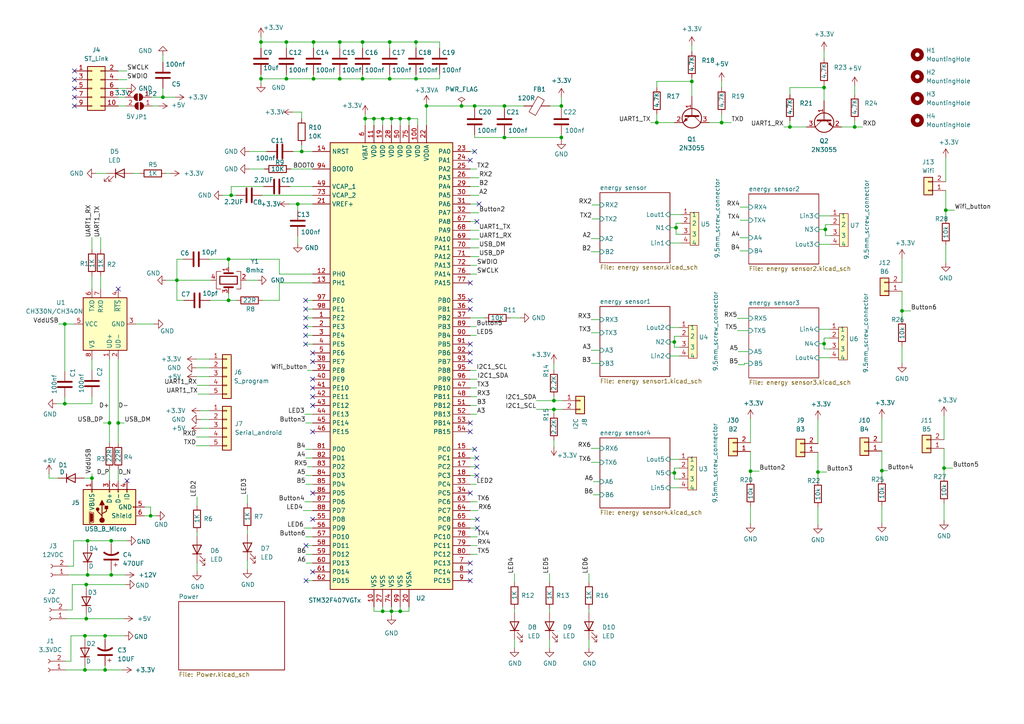
<source format=kicad_sch>
(kicad_sch (version 20231120) (generator "eeschema") (generator_version "8.0")
  (paper "A4")
  (junction (at 31.75 122.682))
  (junction (at 116.078 177.292))
  (junction (at 90.932 12.192))
  (junction (at 196.088 66.04))
  (junction (at 120.65 22.86))
  (junction (at 18.796 117.094))
  (junction (at 217.678 136.652))
  (junction (at 118.618 34.417))
  (junction (at 66.294 87.122))
  (junction (at 162.814 39.878))
  (junction (at 75.692 12.192))
  (junction (at 47.244 28.194))
  (junction (at 137.668 30.734))
  (junction (at 239.395 66.548))
  (junction (at 34.29 122.682))
  (junction (at 110.998 34.417))
  (junction (at 26.67 138.684))
  (junction (at 24.638 184.404))
  (junction (at 160.655 116.205))
  (junction (at 87.503 43.942))
  (junction (at 67.056 56.642))
  (junction (at 274.32 60.96))
  (junction (at 239.014 25.4))
  (junction (at 113.03 12.192))
  (junction (at 51.308 81.28))
  (junction (at 160.655 118.745))
  (junction (at 113.03 22.86))
  (junction (at 86.36 59.182))
  (junction (at 98.552 12.192))
  (junction (at 18.796 93.98))
  (junction (at 105.156 22.86))
  (junction (at 32.258 166.751))
  (junction (at 25.019 179.451))
  (junction (at 195.58 137.16))
  (junction (at 123.698 30.734))
  (junction (at 113.538 34.417))
  (junction (at 108.458 34.417))
  (junction (at 105.156 12.192))
  (junction (at 66.294 75.184))
  (junction (at 237.236 136.906))
  (junction (at 209.296 35.56))
  (junction (at 30.48 194.31))
  (junction (at 190.5 35.56))
  (junction (at 83.058 22.86))
  (junction (at 116.078 34.417))
  (junction (at 146.304 30.734))
  (junction (at 146.304 39.878))
  (junction (at 261.62 90.17))
  (junction (at 255.778 136.525))
  (junction (at 229.108 36.83))
  (junction (at 43.688 149.606))
  (junction (at 113.538 177.292))
  (junction (at 25.4 156.845))
  (junction (at 239.014 99.695))
  (junction (at 24.638 194.31))
  (junction (at 247.904 36.83))
  (junction (at 98.552 22.86))
  (junction (at 133.858 30.734))
  (junction (at 25.019 169.545))
  (junction (at 105.918 34.417))
  (junction (at 75.692 22.86))
  (junction (at 120.65 12.192))
  (junction (at 90.932 22.86))
  (junction (at 195.58 99.187))
  (junction (at 32.258 156.845))
  (junction (at 273.812 135.763))
  (junction (at 30.48 184.404))
  (junction (at 200.66 23.622))
  (junction (at 110.998 177.292))
  (junction (at 162.814 30.734))
  (junction (at 83.058 12.192))
  (junction (at 25.4 166.751))
  (no_connect (at 138.43 150.622))
  (no_connect (at 90.678 143.002))
  (no_connect (at 136.398 99.822))
  (no_connect (at 138.303 137.922))
  (no_connect (at 136.398 143.002))
  (no_connect (at 90.678 102.362))
  (no_connect (at 136.398 104.902))
  (no_connect (at 88.773 168.402))
  (no_connect (at 136.398 102.362))
  (no_connect (at 36.83 139.446))
  (no_connect (at 136.398 82.042))
  (no_connect (at 138.303 132.842))
  (no_connect (at 90.678 165.862))
  (no_connect (at 136.398 165.862))
  (no_connect (at 88.646 97.282))
  (no_connect (at 136.398 89.662))
  (no_connect (at 136.398 122.682))
  (no_connect (at 136.398 87.122))
  (no_connect (at 88.773 158.242))
  (no_connect (at 138.938 59.182))
  (no_connect (at 138.303 64.262))
  (no_connect (at 137.668 43.942))
  (no_connect (at 90.678 150.622))
  (no_connect (at 90.678 104.902))
  (no_connect (at 137.668 130.302))
  (no_connect (at 90.678 109.982))
  (no_connect (at 136.398 46.482))
  (no_connect (at 34.29 83.82))
  (no_connect (at 21.59 20.574))
  (no_connect (at 21.59 23.114))
  (no_connect (at 21.59 25.654))
  (no_connect (at 21.59 28.194))
  (no_connect (at 21.59 30.734))
  (no_connect (at 88.646 92.202))
  (no_connect (at 88.646 89.662))
  (no_connect (at 136.398 168.402))
  (no_connect (at 88.646 99.822))
  (no_connect (at 90.678 117.602))
  (no_connect (at 90.678 125.222))
  (no_connect (at 90.678 115.062))
  (no_connect (at 138.303 135.382))
  (no_connect (at 136.398 125.222))
  (no_connect (at 138.43 153.162))
  (no_connect (at 88.646 94.742))
  (no_connect (at 90.678 112.522))
  (no_connect (at 88.646 87.122))
  (no_connect (at 136.398 163.322))
  (wire (pts (xy 136.398 94.742) (xy 138.176 94.742)))
  (wire (pts (xy 205.74 35.56) (xy 209.296 35.56)))
  (wire (pts (xy 43.942 28.194) (xy 47.244 28.194)))
  (wire (pts (xy 26.67 115.062) (xy 26.67 117.094)))
  (wire (pts (xy 75.692 12.192) (xy 83.058 12.192)))
  (wire (pts (xy 20.955 176.911) (xy 20.955 169.545)))
  (wire (pts (xy 118.618 177.292) (xy 116.078 177.292)))
  (wire (pts (xy 105.156 13.97) (xy 105.156 12.192)))
  (wire (pts (xy 136.398 54.102) (xy 138.938 54.102)))
  (wire (pts (xy 30.48 193.04) (xy 30.48 194.31)))
  (wire (pts (xy 215.9 105.41) (xy 215.9 105.791)))
  (wire (pts (xy 88.646 97.282) (xy 90.678 97.282)))
  (wire (pts (xy 25.4 166.751) (xy 32.258 166.751)))
  (wire (pts (xy 239.014 99.695) (xy 239.014 98.044)))
  (wire (pts (xy 146.304 39.878) (xy 146.304 39.116)))
  (wire (pts (xy 83.058 22.86) (xy 75.692 22.86)))
  (wire (pts (xy 137.668 39.116) (xy 137.668 39.878)))
  (wire (pts (xy 237.49 62.611) (xy 240.919 62.611)))
  (wire (pts (xy 136.398 120.142) (xy 138.303 120.142)))
  (wire (pts (xy 159.385 176.53) (xy 159.385 177.8)))
  (wire (pts (xy 261.62 90.17) (xy 261.62 92.71)))
  (wire (pts (xy 237.49 95.504) (xy 240.665 95.504)))
  (wire (pts (xy 121.158 36.322) (xy 121.158 34.417)))
  (wire (pts (xy 26.67 68.834) (xy 26.67 72.39)))
  (wire (pts (xy 237.49 66.548) (xy 239.395 66.548)))
  (wire (pts (xy 116.078 36.322) (xy 116.078 34.417)))
  (wire (pts (xy 194.31 103.251) (xy 197.104 103.251)))
  (wire (pts (xy 136.398 155.702) (xy 138.43 155.702)))
  (wire (pts (xy 194.31 66.04) (xy 196.088 66.04)))
  (wire (pts (xy 136.398 137.922) (xy 138.303 137.922)))
  (wire (pts (xy 113.03 13.97) (xy 113.03 12.192)))
  (wire (pts (xy 25.019 178.181) (xy 25.019 179.451)))
  (wire (pts (xy 75.692 12.192) (xy 75.692 13.97)))
  (wire (pts (xy 195.58 137.16) (xy 195.58 135.763)))
  (wire (pts (xy 209.296 33.02) (xy 209.296 35.56)))
  (wire (pts (xy 162.814 39.116) (xy 162.814 39.878)))
  (wire (pts (xy 195.58 97.536) (xy 197.104 97.536)))
  (wire (pts (xy 71.755 143.51) (xy 71.755 146.05)))
  (wire (pts (xy 170.815 166.37) (xy 170.815 168.91)))
  (wire (pts (xy 113.03 21.59) (xy 113.03 22.86)))
  (wire (pts (xy 84.328 49.022) (xy 90.678 49.022)))
  (wire (pts (xy 160.655 114.935) (xy 160.655 116.205)))
  (wire (pts (xy 120.65 13.97) (xy 120.65 12.192)))
  (wire (pts (xy 123.698 30.226) (xy 123.698 30.734)))
  (wire (pts (xy 19.431 179.451) (xy 25.019 179.451)))
  (wire (pts (xy 20.574 184.404) (xy 24.638 184.404)))
  (wire (pts (xy 194.31 62.23) (xy 197.612 62.23)))
  (wire (pts (xy 58.166 119.126) (xy 60.706 119.126)))
  (wire (pts (xy 196.977 138.938) (xy 195.58 138.938)))
  (wire (pts (xy 215.9 105.41) (xy 217.17 105.41)))
  (wire (pts (xy 43.688 147.066) (xy 43.688 149.606)))
  (wire (pts (xy 239.014 98.044) (xy 240.665 98.044)))
  (wire (pts (xy 86.36 60.96) (xy 86.36 59.182)))
  (wire (pts (xy 105.156 21.59) (xy 105.156 22.86)))
  (wire (pts (xy 160.655 118.745) (xy 160.655 120.015)))
  (wire (pts (xy 90.932 22.86) (xy 98.552 22.86)))
  (wire (pts (xy 31.75 104.14) (xy 31.75 122.682)))
  (wire (pts (xy 137.668 30.734) (xy 146.304 30.734)))
  (wire (pts (xy 171.45 101.6) (xy 173.99 101.6)))
  (wire (pts (xy 89.154 135.382) (xy 90.678 135.382)))
  (wire (pts (xy 136.398 130.302) (xy 137.668 130.302)))
  (wire (pts (xy 217.678 121.412) (xy 217.678 128.397)))
  (wire (pts (xy 194.31 70.485) (xy 197.612 70.485)))
  (wire (pts (xy 88.646 155.702) (xy 90.678 155.702)))
  (wire (pts (xy 105.918 33.147) (xy 105.918 34.417)))
  (wire (pts (xy 71.755 162.56) (xy 71.755 165.1)))
  (wire (pts (xy 90.932 21.59) (xy 90.932 22.86)))
  (wire (pts (xy 239.014 101.219) (xy 239.014 99.695)))
  (wire (pts (xy 213.868 95.885) (xy 217.17 95.885)))
  (wire (pts (xy 34.29 122.682) (xy 36.068 122.682)))
  (wire (pts (xy 200.66 22.606) (xy 200.66 23.622)))
  (wire (pts (xy 170.815 176.53) (xy 170.815 177.8)))
  (wire (pts (xy 81.026 82.042) (xy 90.678 82.042)))
  (wire (pts (xy 88.773 158.242) (xy 90.678 158.242)))
  (wire (pts (xy 19.05 194.31) (xy 24.638 194.31)))
  (wire (pts (xy 25.4 156.845) (xy 32.258 156.845)))
  (wire (pts (xy 110.998 36.322) (xy 110.998 34.417)))
  (wire (pts (xy 66.294 87.122) (xy 68.58 87.122)))
  (wire (pts (xy 162.814 39.878) (xy 162.814 40.64)))
  (wire (pts (xy 149.225 166.37) (xy 149.225 168.91)))
  (wire (pts (xy 18.796 107.696) (xy 18.796 93.98)))
  (wire (pts (xy 136.398 112.522) (xy 138.303 112.522)))
  (wire (pts (xy 159.512 30.734) (xy 162.814 30.734)))
  (wire (pts (xy 217.678 136.652) (xy 217.678 139.192)))
  (wire (pts (xy 149.225 185.42) (xy 149.225 187.96)))
  (wire (pts (xy 44.196 30.734) (xy 45.974 30.734)))
  (wire (pts (xy 88.773 160.782) (xy 90.678 160.782)))
  (wire (pts (xy 195.58 100.711) (xy 195.58 99.187)))
  (wire (pts (xy 75.692 21.59) (xy 75.692 22.86)))
  (wire (pts (xy 136.398 71.882) (xy 138.938 71.882)))
  (wire (pts (xy 66.294 75.184) (xy 66.294 77.47)))
  (wire (pts (xy 229.108 35.052) (xy 229.108 36.83)))
  (wire (pts (xy 110.998 177.292) (xy 113.538 177.292)))
  (wire (pts (xy 25.019 169.545) (xy 25.019 170.561)))
  (wire (pts (xy 83.058 12.192) (xy 90.932 12.192)))
  (wire (pts (xy 171.45 92.71) (xy 173.99 92.71)))
  (wire (pts (xy 255.778 136.525) (xy 255.778 139.065)))
  (wire (pts (xy 113.03 22.86) (xy 105.156 22.86)))
  (wire (pts (xy 98.552 21.59) (xy 98.552 22.86)))
  (wire (pts (xy 17.018 93.98) (xy 18.796 93.98)))
  (wire (pts (xy 90.932 13.97) (xy 90.932 12.192)))
  (wire (pts (xy 67.056 56.642) (xy 68.453 56.642)))
  (wire (pts (xy 47.244 28.194) (xy 47.244 25.654)))
  (wire (pts (xy 36.83 25.654) (xy 34.29 25.654)))
  (wire (pts (xy 255.778 146.685) (xy 255.778 151.765)))
  (wire (pts (xy 136.398 135.382) (xy 138.303 135.382)))
  (wire (pts (xy 118.618 34.417) (xy 116.078 34.417)))
  (wire (pts (xy 214.63 72.771) (xy 217.17 72.771)))
  (wire (pts (xy 98.552 13.97) (xy 98.552 12.192)))
  (wire (pts (xy 36.83 23.114) (xy 34.29 23.114)))
  (wire (pts (xy 162.814 30.734) (xy 162.814 31.496)))
  (wire (pts (xy 57.15 111.76) (xy 60.706 111.76)))
  (wire (pts (xy 87.503 32.512) (xy 84.963 32.512)))
  (wire (pts (xy 34.29 122.682) (xy 34.29 128.524)))
  (wire (pts (xy 118.618 36.322) (xy 118.618 34.417)))
  (wire (pts (xy 136.398 145.542) (xy 138.43 145.542)))
  (wire (pts (xy 21.336 156.845) (xy 25.4 156.845)))
  (wire (pts (xy 123.698 30.734) (xy 123.698 36.322)))
  (wire (pts (xy 239.395 65.151) (xy 239.395 66.548)))
  (wire (pts (xy 25.4 156.845) (xy 25.4 157.861)))
  (wire (pts (xy 274.32 60.96) (xy 276.86 60.96)))
  (wire (pts (xy 32.258 156.845) (xy 36.83 156.845)))
  (wire (pts (xy 136.398 49.022) (xy 138.303 49.022)))
  (wire (pts (xy 88.392 145.542) (xy 90.678 145.542)))
  (wire (pts (xy 188.722 35.56) (xy 190.5 35.56)))
  (wire (pts (xy 190.5 25.4) (xy 190.5 23.622)))
  (wire (pts (xy 136.398 132.842) (xy 138.303 132.842)))
  (wire (pts (xy 19.431 176.911) (xy 20.955 176.911)))
  (wire (pts (xy 71.755 153.67) (xy 71.755 154.94)))
  (wire (pts (xy 239.014 25.4) (xy 239.014 29.21)))
  (wire (pts (xy 136.398 51.562) (xy 138.938 51.562)))
  (wire (pts (xy 18.796 93.98) (xy 21.59 93.98)))
  (wire (pts (xy 32.258 156.845) (xy 32.258 157.734)))
  (wire (pts (xy 88.646 132.842) (xy 90.678 132.842)))
  (wire (pts (xy 87.503 42.037) (xy 87.503 43.942)))
  (wire (pts (xy 274.32 71.12) (xy 274.32 76.2)))
  (wire (pts (xy 120.65 12.192) (xy 113.03 12.192)))
  (wire (pts (xy 127.508 22.86) (xy 127.508 21.59)))
  (wire (pts (xy 200.66 23.622) (xy 200.66 27.94)))
  (wire (pts (xy 255.778 130.81) (xy 255.778 136.525)))
  (wire (pts (xy 146.304 30.734) (xy 151.892 30.734)))
  (wire (pts (xy 39.37 93.98) (xy 44.704 93.98)))
  (wire (pts (xy 71.374 81.28) (xy 74.676 81.28)))
  (wire (pts (xy 196.088 64.77) (xy 197.612 64.77)))
  (wire (pts (xy 274.32 45.72) (xy 274.32 52.705)))
  (wire (pts (xy 197.104 100.711) (xy 195.58 100.711)))
  (wire (pts (xy 25.4 165.481) (xy 25.4 166.751)))
  (wire (pts (xy 229.108 36.83) (xy 233.934 36.83)))
  (wire (pts (xy 237.236 121.666) (xy 237.236 128.651)))
  (wire (pts (xy 16.51 117.094) (xy 18.796 117.094)))
  (wire (pts (xy 38.608 50.292) (xy 40.513 50.292)))
  (wire (pts (xy 108.458 177.292) (xy 110.998 177.292)))
  (wire (pts (xy 66.294 87.122) (xy 66.294 85.09)))
  (wire (pts (xy 195.58 135.763) (xy 196.977 135.763)))
  (wire (pts (xy 195.58 138.938) (xy 195.58 137.16)))
  (wire (pts (xy 75.692 22.86) (xy 75.692 24.13)))
  (wire (pts (xy 155.575 118.745) (xy 160.655 118.745)))
  (wire (pts (xy 273.812 130.048) (xy 273.812 135.763)))
  (wire (pts (xy 195.58 99.187) (xy 195.58 97.536)))
  (wire (pts (xy 26.67 138.684) (xy 26.67 139.446)))
  (wire (pts (xy 136.398 64.262) (xy 138.303 64.262)))
  (wire (pts (xy 48.26 81.28) (xy 51.308 81.28)))
  (wire (pts (xy 237.236 136.906) (xy 237.236 139.446)))
  (wire (pts (xy 110.998 176.022) (xy 110.998 177.292)))
  (wire (pts (xy 87.503 34.417) (xy 87.503 32.512)))
  (wire (pts (xy 194.31 94.996) (xy 197.104 94.996)))
  (wire (pts (xy 81.026 79.502) (xy 90.678 79.502)))
  (wire (pts (xy 75.692 10.668) (xy 75.692 12.192)))
  (wire (pts (xy 87.884 148.082) (xy 90.678 148.082)))
  (wire (pts (xy 120.65 22.86) (xy 127.508 22.86)))
  (wire (pts (xy 41.91 149.606) (xy 43.688 149.606)))
  (wire (pts (xy 274.32 60.96) (xy 274.32 63.5)))
  (wire (pts (xy 136.398 97.282) (xy 138.176 97.282)))
  (wire (pts (xy 76.073 56.642) (xy 90.678 56.642)))
  (wire (pts (xy 83.82 59.182) (xy 86.36 59.182)))
  (wire (pts (xy 90.932 22.86) (xy 83.058 22.86)))
  (wire (pts (xy 57.404 114.3) (xy 60.706 114.3)))
  (wire (pts (xy 88.646 140.462) (xy 90.678 140.462)))
  (wire (pts (xy 24.638 193.04) (xy 24.638 194.31)))
  (wire (pts (xy 84.074 54.102) (xy 90.678 54.102)))
  (wire (pts (xy 108.458 176.022) (xy 108.458 177.292)))
  (wire (pts (xy 171.45 134.112) (xy 173.99 134.112)))
  (wire (pts (xy 113.03 22.86) (xy 120.65 22.86)))
  (wire (pts (xy 146.304 30.734) (xy 146.304 31.496)))
  (wire (pts (xy 20.955 169.545) (xy 25.019 169.545)))
  (wire (pts (xy 160.655 105.41) (xy 160.655 107.315)))
  (wire (pts (xy 146.304 39.878) (xy 162.814 39.878)))
  (wire (pts (xy 72.263 43.942) (xy 77.343 43.942)))
  (wire (pts (xy 261.62 90.17) (xy 264.16 90.17)))
  (wire (pts (xy 51.308 81.28) (xy 61.214 81.28)))
  (wire (pts (xy 194.31 137.16) (xy 195.58 137.16)))
  (wire (pts (xy 86.36 68.58) (xy 86.36 70.612)))
  (wire (pts (xy 88.646 137.922) (xy 90.678 137.922)))
  (wire (pts (xy 237.49 103.759) (xy 240.665 103.759)))
  (wire (pts (xy 113.538 177.292) (xy 113.538 178.562)))
  (wire (pts (xy 66.294 75.184) (xy 81.026 75.184)))
  (wire (pts (xy 239.014 24.638) (xy 239.014 25.4)))
  (wire (pts (xy 31.75 122.682) (xy 31.75 128.524)))
  (wire (pts (xy 136.398 74.422) (xy 138.938 74.422)))
  (wire (pts (xy 214.63 60.071) (xy 217.17 60.071)))
  (wire (pts (xy 88.646 94.742) (xy 90.678 94.742)))
  (wire (pts (xy 120.65 22.86) (xy 120.65 21.59)))
  (wire (pts (xy 32.258 166.751) (xy 36.322 166.751)))
  (wire (pts (xy 43.688 149.606) (xy 45.212 149.606)))
  (wire (pts (xy 136.398 109.982) (xy 138.43 109.982)))
  (wire (pts (xy 171.704 59.436) (xy 173.99 59.436)))
  (wire (pts (xy 88.773 163.322) (xy 90.678 163.322)))
  (wire (pts (xy 194.31 141.478) (xy 196.977 141.478)))
  (wire (pts (xy 217.678 146.812) (xy 217.678 151.892)))
  (wire (pts (xy 160.655 127.635) (xy 160.655 129.54)))
  (wire (pts (xy 133.858 30.734) (xy 137.668 30.734)))
  (wire (pts (xy 118.618 176.022) (xy 118.618 177.292)))
  (wire (pts (xy 136.398 160.782) (xy 138.43 160.782)))
  (wire (pts (xy 247.904 36.83) (xy 250.19 36.83)))
  (wire (pts (xy 209.296 35.56) (xy 212.09 35.56)))
  (wire (pts (xy 89.154 107.442) (xy 90.678 107.442)))
  (wire (pts (xy 113.538 34.417) (xy 110.998 34.417)))
  (wire (pts (xy 90.932 12.192) (xy 98.552 12.192)))
  (wire (pts (xy 51.308 81.28) (xy 51.308 87.122)))
  (wire (pts (xy 120.65 12.192) (xy 127.508 12.192)))
  (wire (pts (xy 136.398 150.622) (xy 138.43 150.622)))
  (wire (pts (xy 273.812 145.923) (xy 273.812 151.003)))
  (wire (pts (xy 197.612 67.945) (xy 196.088 67.945)))
  (wire (pts (xy 196.088 67.945) (xy 196.088 66.04)))
  (wire (pts (xy 27.813 50.292) (xy 30.988 50.292)))
  (wire (pts (xy 237.236 136.906) (xy 239.776 136.906)))
  (wire (pts (xy 136.398 115.062) (xy 138.303 115.062)))
  (wire (pts (xy 190.5 35.56) (xy 195.58 35.56)))
  (wire (pts (xy 88.138 153.162) (xy 90.678 153.162)))
  (wire (pts (xy 261.62 100.33) (xy 261.62 105.41)))
  (wire (pts (xy 108.458 34.417) (xy 105.918 34.417)))
  (wire (pts (xy 136.398 56.642) (xy 138.938 56.642)))
  (wire (pts (xy 155.575 116.205) (xy 160.655 116.205)))
  (wire (pts (xy 136.398 140.462) (xy 138.176 140.462)))
  (wire (pts (xy 239.395 66.548) (xy 239.395 68.326)))
  (wire (pts (xy 209.296 23.622) (xy 209.296 25.4)))
  (wire (pts (xy 229.108 27.432) (xy 229.108 25.4)))
  (wire (pts (xy 60.706 75.184) (xy 66.294 75.184)))
  (wire (pts (xy 137.668 39.878) (xy 146.304 39.878)))
  (wire (pts (xy 24.638 184.404) (xy 24.638 185.42)))
  (wire (pts (xy 116.078 176.022) (xy 116.078 177.292)))
  (wire (pts (xy 88.646 99.822) (xy 90.678 99.822)))
  (wire (pts (xy 247.904 35.052) (xy 247.904 36.83)))
  (wire (pts (xy 30.48 184.404) (xy 36.068 184.404)))
  (wire (pts (xy 25.019 179.451) (xy 35.941 179.451)))
  (wire (pts (xy 116.078 177.292) (xy 113.538 177.292)))
  (wire (pts (xy 26.67 80.01) (xy 26.67 83.82)))
  (wire (pts (xy 239.014 14.732) (xy 239.014 17.018)))
  (wire (pts (xy 229.108 25.4) (xy 239.014 25.4)))
  (wire (pts (xy 19.812 164.211) (xy 21.336 164.211)))
  (wire (pts (xy 172.085 143.51) (xy 173.99 143.51)))
  (wire (pts (xy 56.896 106.68) (xy 60.706 106.68)))
  (wire (pts (xy 171.45 96.52) (xy 173.99 96.52)))
  (wire (pts (xy 24.384 138.684) (xy 26.67 138.684)))
  (wire (pts (xy 88.646 130.302) (xy 90.678 130.302)))
  (wire (pts (xy 136.398 117.602) (xy 138.303 117.602)))
  (wire (pts (xy 136.398 61.722) (xy 138.938 61.722)))
  (wire (pts (xy 29.21 68.834) (xy 29.21 72.39)))
  (wire (pts (xy 34.29 104.14) (xy 34.29 122.682)))
  (wire (pts (xy 83.058 21.59) (xy 83.058 22.86)))
  (wire (pts (xy 105.918 34.417) (xy 105.918 36.322)))
  (wire (pts (xy 194.31 99.187) (xy 195.58 99.187)))
  (wire (pts (xy 136.398 43.942) (xy 137.668 43.942)))
  (wire (pts (xy 194.31 133.223) (xy 196.977 133.223)))
  (wire (pts (xy 162.814 28.194) (xy 162.814 30.734)))
  (wire (pts (xy 239.395 68.326) (xy 240.919 68.326)))
  (wire (pts (xy 148.082 92.202) (xy 150.876 92.202)))
  (wire (pts (xy 88.773 168.402) (xy 90.678 168.402)))
  (wire (pts (xy 56.896 109.22) (xy 60.706 109.22)))
  (wire (pts (xy 171.45 69.215) (xy 173.99 69.215)))
  (wire (pts (xy 214.122 101.981) (xy 217.17 101.981)))
  (wire (pts (xy 88.392 120.142) (xy 90.678 120.142)))
  (wire (pts (xy 64.643 56.642) (xy 67.056 56.642)))
  (wire (pts (xy 41.91 147.066) (xy 43.688 147.066)))
  (wire (pts (xy 217.678 130.937) (xy 217.678 136.652)))
  (wire (pts (xy 136.398 158.242) (xy 138.43 158.242)))
  (wire (pts (xy 34.29 28.194) (xy 36.322 28.194)))
  (wire (pts (xy 121.158 34.417) (xy 118.618 34.417)))
  (wire (pts (xy 31.75 136.144) (xy 31.75 139.446)))
  (wire (pts (xy 244.094 36.83) (xy 247.904 36.83)))
  (wire (pts (xy 240.665 101.219) (xy 239.014 101.219)))
  (wire (pts (xy 237.49 70.866) (xy 240.919 70.866)))
  (wire (pts (xy 86.36 59.182) (xy 90.678 59.182)))
  (wire (pts (xy 56.896 129.286) (xy 60.706 129.286)))
  (wire (pts (xy 215.9 105.791) (xy 214.122 105.791)))
  (wire (pts (xy 137.668 30.734) (xy 137.668 31.496)))
  (wire (pts (xy 67.056 54.102) (xy 67.056 56.642)))
  (wire (pts (xy 21.336 164.211) (xy 21.336 156.845)))
  (wire (pts (xy 190.5 33.02) (xy 190.5 35.56)))
  (wire (pts (xy 29.972 122.682) (xy 31.75 122.682)))
  (wire (pts (xy 98.552 22.86) (xy 105.156 22.86)))
  (wire (pts (xy 171.45 105.41) (xy 173.99 105.41)))
  (wire (pts (xy 57.15 154.305) (xy 57.15 155.575)))
  (wire (pts (xy 159.385 185.42) (xy 159.385 187.96)))
  (wire (pts (xy 170.815 185.42) (xy 170.815 187.96)))
  (wire (pts (xy 81.026 75.184) (xy 81.026 79.502)))
  (wire (pts (xy 88.646 89.662) (xy 90.678 89.662)))
  (wire (pts (xy 14.224 138.684) (xy 16.764 138.684)))
  (wire (pts (xy 255.778 121.285) (xy 255.778 128.27)))
  (wire (pts (xy 237.49 99.695) (xy 239.014 99.695)))
  (wire (pts (xy 159.385 166.37) (xy 159.385 168.91)))
  (wire (pts (xy 26.67 137.414) (xy 26.67 138.684)))
  (wire (pts (xy 273.812 120.523) (xy 273.812 127.508)))
  (wire (pts (xy 50.8 28.194) (xy 47.244 28.194)))
  (wire (pts (xy 237.236 147.066) (xy 237.236 152.146)))
  (wire (pts (xy 47.244 18.034) (xy 47.244 16.002)))
  (wire (pts (xy 25.019 169.545) (xy 36.449 169.545)))
  (wire (pts (xy 24.638 184.404) (xy 30.48 184.404)))
  (wire (pts (xy 53.34 87.122) (xy 51.308 87.122)))
  (wire (pts (xy 273.812 135.763) (xy 276.352 135.763)))
  (wire (pts (xy 83.058 13.97) (xy 83.058 12.192)))
  (wire (pts (xy 26.67 104.14) (xy 26.67 107.442)))
  (wire (pts (xy 113.03 12.192) (xy 105.156 12.192)))
  (wire (pts (xy 274.32 55.245) (xy 274.32 60.96)))
  (wire (pts (xy 81.026 87.122) (xy 81.026 82.042)))
  (wire (pts (xy 24.638 194.31) (xy 30.48 194.31)))
  (wire (pts (xy 136.398 107.442) (xy 138.176 107.442)))
  (wire (pts (xy 56.896 104.14) (xy 60.706 104.14)))
  (wire (pts (xy 171.45 73.025) (xy 173.99 73.025)))
  (wire (pts (xy 88.646 87.122) (xy 90.678 87.122)))
  (wire (pts (xy 36.83 20.574) (xy 34.29 20.574)))
  (wire (pts (xy 84.963 43.942) (xy 87.503 43.942)))
  (wire (pts (xy 213.868 92.329) (xy 217.17 92.329)))
  (wire (pts (xy 171.45 130.048) (xy 173.99 130.048)))
  (wire (pts (xy 240.919 65.151) (xy 239.395 65.151)))
  (wire (pts (xy 88.646 122.682) (xy 90.678 122.682)))
  (wire (pts (xy 160.655 116.205) (xy 163.195 116.205)))
  (wire (pts (xy 217.678 136.652) (xy 220.218 136.652)))
  (wire (pts (xy 237.236 131.191) (xy 237.236 136.906)))
  (wire (pts (xy 29.21 80.01) (xy 29.21 83.82)))
  (wire (pts (xy 136.398 69.342) (xy 138.938 69.342)))
  (wire (pts (xy 273.812 135.763) (xy 273.812 138.303)))
  (wire (pts (xy 136.398 79.502) (xy 138.303 79.502)))
  (wire (pts (xy 171.704 63.5) (xy 173.99 63.5)))
  (wire (pts (xy 190.5 23.622) (xy 200.66 23.622)))
  (wire (pts (xy 113.538 36.322) (xy 113.538 34.417)))
  (wire (pts (xy 136.398 66.802) (xy 138.938 66.802)))
  (wire (pts (xy 136.398 92.202) (xy 140.462 92.202)))
  (wire (pts (xy 227.33 36.83) (xy 229.108 36.83)))
  (wire (pts (xy 136.398 153.162) (xy 138.43 153.162)))
  (wire (pts (xy 127.508 13.97) (xy 127.508 12.192)))
  (wire (pts (xy 214.63 68.961) (xy 217.17 68.961)))
  (wire (pts (xy 123.698 30.734) (xy 133.858 30.734)))
  (wire (pts (xy 19.812 166.751) (xy 25.4 166.751)))
  (wire (pts (xy 30.48 184.404) (xy 30.48 185.42)))
  (wire (pts (xy 172.085 139.7) (xy 173.99 139.7)))
  (wire (pts (xy 48.133 50.292) (xy 49.403 50.292)))
  (wire (pts (xy 255.778 136.525) (xy 257.429 136.525)))
  (wire (pts (xy 136.398 148.082) (xy 138.684 148.082)))
  (wire (pts (xy 110.998 34.417) (xy 108.458 34.417)))
  (wire (pts (xy 88.646 92.202) (xy 90.678 92.202)))
  (wire (pts (xy 136.398 59.182) (xy 138.938 59.182)))
  (wire (pts (xy 58.166 121.666) (xy 60.706 121.666)))
  (wire (pts (xy 261.62 74.93) (xy 261.62 81.915)))
  (wire (pts (xy 56.896 126.746) (xy 60.706 126.746)))
  (wire (pts (xy 58.166 124.206) (xy 60.706 124.206)))
  (wire (pts (xy 149.225 176.53) (xy 149.225 177.8)))
  (wire (pts (xy 76.454 54.102) (xy 67.056 54.102)))
  (wire (pts (xy 76.2 87.122) (xy 81.026 87.122)))
  (wire (pts (xy 72.263 49.022) (xy 76.708 49.022)))
  (wire (pts (xy 200.66 13.208) (xy 200.66 14.986)))
  (wire (pts (xy 18.796 117.094) (xy 26.67 117.094)))
  (wire (pts (xy 160.655 118.745) (xy 163.195 118.745)))
  (wire (pts (xy 14.224 137.414) (xy 14.224 138.684)))
  (wire (pts (xy 20.574 191.77) (xy 20.574 184.404)))
  (wire (pts (xy 34.29 136.144) (xy 34.29 139.446)))
  (wire (pts (xy 261.62 84.455) (xy 261.62 90.17)))
  (wire (pts (xy 108.458 36.322) (xy 108.458 34.417)))
  (wire (pts (xy 18.796 115.316) (xy 18.796 117.094)))
  (wire (pts (xy 60.96 87.122) (xy 66.294 87.122)))
  (wire (pts (xy 116.078 34.417) (xy 113.538 34.417)))
  (wire (pts (xy 53.086 75.184) (xy 51.308 75.184)))
  (wire (pts (xy 136.398 76.962) (xy 138.303 76.962)))
  (wire (pts (xy 19.05 191.77) (xy 20.574 191.77)))
  (wire (pts (xy 32.258 165.354) (xy 32.258 166.751)))
  (wire (pts (xy 87.503 43.942) (xy 90.678 43.942)))
  (wire (pts (xy 30.48 194.31) (xy 35.56 194.31)))
  (wire (pts (xy 34.29 30.734) (xy 36.576 30.734)))
  (wire (pts (xy 51.308 75.184) (xy 51.308 81.28)))
  (wire (pts (xy 57.15 144.145) (xy 57.15 146.685)))
  (wire (pts (xy 247.904 24.892) (xy 247.904 27.432)))
  (wire (pts (xy 196.088 66.04) (xy 196.088 64.77)))
  (wire (pts (xy 214.63 63.881) (xy 217.17 63.881)))
  (wire (pts (xy 113.538 176.022) (xy 113.538 177.292)))
  (wire (pts (xy 57.15 163.195) (xy 57.15 165.735)))
  (wire (pts (xy 98.552 12.192) (xy 105.156 12.192)))
  (label "A3" (at 138.303 120.142 0))
  (label "LED2" (at 138.176 140.462 0))
  (label "RXD" (at 56.896 126.746 180))
  (label "RX6" (at 171.45 130.048 180))
  (label "Button2" (at 220.218 136.652 0))
  (label "USB_DM" (at 138.938 71.882 0))
  (label "B4" (at 214.63 72.771 180))
  (label "LED5" (at 159.385 166.37 90))
  (label "Wifi_button" (at 89.154 107.442 180))
  (label "SWCLK" (at 36.83 20.574 0))
  (label "B6" (at 88.773 160.782 180))
  (label "Wifi_button" (at 276.86 60.96 0))
  (label "I2C1_SDA" (at 138.43 109.982 0))
  (label "BOOT0" (at 84.963 49.022 0))
  (label "B5" (at 214.122 105.791 180))
  (label "LED4" (at 149.225 166.37 90))
  (label "USB_DM" (at 36.068 122.682 0))
  (label "VddUSB" (at 17.018 93.98 180))
  (label "D-" (at 34.29 118.618 0))
  (label "A5" (at 88.646 137.922 180))
  (label "D_N" (at 34.29 137.922 0))
  (label "TX5" (at 213.868 95.885 180))
  (label "LED6" (at 170.815 166.37 90))
  (label "TXD" (at 56.896 129.286 180))
  (label "TX6" (at 138.43 145.542 0))
  (label "LED3" (at 71.755 143.51 90))
  (label "TX5" (at 138.43 160.782 0))
  (label "UART1_RX" (at 26.67 68.834 90))
  (label "A6" (at 88.773 163.322 180))
  (label "RXD" (at 250.19 36.83 0))
  (label "RX3" (at 171.45 92.71 180))
  (label "D_P" (at 31.75 137.922 180))
  (label "B4" (at 88.646 130.302 180))
  (label "TX4" (at 214.63 63.881 180))
  (label "Button2" (at 138.938 61.722 0))
  (label "UART1_RX" (at 138.938 69.342 0))
  (label "VddUSB" (at 26.67 137.414 90))
  (label "Button5" (at 138.176 94.742 0))
  (label "RX5" (at 213.868 92.329 180))
  (label "TX3" (at 138.303 112.522 0))
  (label "I2C1_SDA" (at 155.575 116.205 180))
  (label "UART1_RX" (at 227.33 36.83 180))
  (label "B2" (at 171.45 73.025 180))
  (label "Button3" (at 88.646 122.682 180))
  (label "A2" (at 138.938 56.642 0))
  (label "RX5" (at 89.154 135.382 180))
  (label "Button6" (at 264.16 90.17 0))
  (label "A6" (at 172.085 139.7 180))
  (label "B2" (at 138.938 54.102 0))
  (label "Button5" (at 276.352 135.763 0))
  (label "A4" (at 214.63 68.961 180))
  (label "A3" (at 171.45 101.6 180))
  (label "A4" (at 88.646 132.842 180))
  (label "Button4" (at 88.392 145.542 180))
  (label "B3" (at 171.45 105.41 180))
  (label "RX2" (at 171.704 59.436 180))
  (label "SWDIO" (at 138.303 76.962 0))
  (label "UART1_TX" (at 29.21 68.834 90))
  (label "USB_DP" (at 29.972 122.682 180))
  (label "A5" (at 214.122 101.981 180))
  (label "RX2" (at 138.938 51.562 0))
  (label "RX3" (at 138.303 115.062 0))
  (label "Button6" (at 88.646 155.702 180))
  (label "I2C1_SCL" (at 155.575 118.745 180))
  (label "I2C1_SCL" (at 138.176 107.442 0))
  (label "LED3" (at 88.392 120.142 180))
  (label "B6" (at 172.085 143.51 180))
  (label "LED6" (at 88.138 153.162 180))
  (label "Button4" (at 257.429 136.525 0))
  (label "A2" (at 171.45 69.215 180))
  (label "UART1_TX" (at 188.722 35.56 180))
  (label "LED5" (at 138.176 97.282 0))
  (label "RX4" (at 214.63 60.071 180))
  (label "TX2" (at 138.303 49.022 0))
  (label "TX4" (at 138.43 155.702 0))
  (label "Button3" (at 239.776 136.906 0))
  (label "USB_DP" (at 138.938 74.422 0))
  (label "UART1_TX" (at 138.938 66.802 0))
  (label "TX3" (at 171.45 96.52 180))
  (label "TXD" (at 212.09 35.56 0))
  (label "LED4" (at 87.884 148.082 180))
  (label "B5" (at 88.646 140.462 180))
  (label "SWDIO" (at 36.83 23.114 0))
  (label "TX6" (at 171.45 134.112 180))
  (label "UART1_RX" (at 57.15 111.76 180))
  (label "SWCLK" (at 138.303 79.502 0))
  (label "B3" (at 138.303 117.602 0))
  (label "LED2" (at 57.15 144.145 90))
  (label "UART1_TX" (at 57.404 114.3 180))
  (label "TX2" (at 171.704 63.5 180))
  (label "RX6" (at 138.684 148.082 0))
  (label "D+" (at 31.75 118.618 180))
  (label "RX4" (at 138.43 158.242 0))
  (symbol (lib_id "power:+3.3V") (at 217.678 121.412 0) (unit 1)
    (property "Reference" "#PWR048" (effects (hide yes)))
    (property "Value" "+3.3V" (at 221.488 116.967 0) (effects (justify right)))
  )
  (symbol (lib_id "Device:LED") (at 170.815 181.61 90) (unit 1)
    (property "Reference" "D10" (at 174.625 181.9274 90) (effects (justify right)))
    (property "Value" "LED" (at 174.625 184.4674 90) (effects (justify right)))
    (property "Footprint" "LED_SMD:LED_0603_1608Metric" (effects (hide yes)))
  )
  (symbol (lib_id "Connector_Generic:Conn_01x02") (at 250.698 130.81 180) (unit 1)
    (property "Reference" "J10" (at 250.698 121.92 0))
    (property "Value" "B4" (at 250.698 124.46 0))
    (property "Footprint" "Connector_JST:JST_PH_B2B-PH-K_1x02_P2.00mm_Vertical" (effects (hide yes)))
  )
  (symbol (lib_id "MCU_ST_STM32F4:STM32F407VGTx") (at 113.538 104.902 0) (unit 1)
    (property "Reference" "U2" (at 120.6374 173.482 0) (effects (justify left)))
    (property "Value" "STM32F407VGTx" (at 89.408 174.117 0) (effects (justify left)))
    (property "Footprint" "Package_QFP:LQFP-100_14x14mm_P0.5mm" (effects (hide yes)))
    (property "Datasheet" "http://www.st.com/st-web-ui/static/active/en/resource/technical/document/datasheet/DM00037051.pdf" (effects (hide yes)))
  )
  (symbol (lib_id "Device:R") (at 149.225 172.72 0) (unit 1)
    (property "Reference" "R12" (at 151.13 172.72 0) (effects (justify left)))
    (property "Value" "1K" (at 149.225 173.99 90) (effects (justify left)))
    (property "Footprint" "Resistor_SMD:R_0603_1608Metric" (effects (hide yes)))
  )
  (symbol (lib_id "Connector:Conn_01x02_Female") (at 14.732 166.751 180) (unit 1)
    (property "Reference" "J3" (at 15.367 158.369 0))
    (property "Value" "12VDC" (at 15.367 160.909 0))
    (property "Footprint" "Connector_JST:JST_NV_B02P-NV_1x02_P5.00mm_Vertical" (effects (hide yes)))
  )
  (symbol (lib_id "Device:Crystal_GND24") (at 66.294 81.28 270) (unit 1)
    (property "Reference" "Y1" (at 73.914 75.8188 90))
    (property "Value" "8mhz" (at 73.914 78.3588 90))
    (property "Footprint" "Crystal:Crystal_SMD_3225-4Pin_3.2x2.5mm" (effects (hide yes)))
  )
  (symbol (lib_id "Device:R") (at 247.904 31.242 0) (unit 1)
    (property "Reference" "R24" (at 250.698 29.9719 0) (effects (justify left)))
    (property "Value" "4.7K" (at 247.904 33.274 90) (effects (justify left)))
    (property "Footprint" "Resistor_SMD:R_0603_1608Metric" (effects (hide yes)))
  )
  (symbol (lib_id "Device:C") (at 81.153 43.942 90) (unit 1)
    (property "Reference" "C11" (at 82.423 40.767 90) (effects (justify left)))
    (property "Value" "100nf" (at 79.883 45.847 90) (effects (justify left)))
    (property "Footprint" "Capacitor_SMD:C_0603_1608Metric" (effects (hide yes)))
  )
  (symbol (lib_id "Device:R") (at 190.5 29.21 0) (unit 1)
    (property "Reference" "R17" (at 193.294 27.9399 0) (effects (justify left)))
    (property "Value" "4.7K" (at 190.5 31.242 90) (effects (justify left)))
    (property "Footprint" "Resistor_SMD:R_0603_1608Metric" (effects (hide yes)))
  )
  (symbol (lib_id "power:GND") (at 217.678 151.892 0) (unit 1)
    (property "Reference" "#PWR049" (effects (hide yes)))
    (property "Value" "GND" (at 217.678 156.337 0))
  )
  (symbol (lib_id "power:GND") (at 16.51 117.094 270) (unit 1)
    (property "Reference" "#PWR02" (effects (hide yes)))
    (property "Value" "GND" (at 12.446 120.142 90) (effects (justify left)))
  )
  (symbol (lib_id "Device:R") (at 209.296 29.21 0) (unit 1)
    (property "Reference" "R19" (at 212.09 27.9399 0) (effects (justify left)))
    (property "Value" "4.7K" (at 209.296 31.242 90) (effects (justify left)))
    (property "Footprint" "Resistor_SMD:R_0603_1608Metric" (effects (hide yes)))
  )
  (symbol (lib_id "Device:C") (at 137.668 35.306 0) (unit 1)
    (property "Reference" "C20" (at 138.684 32.512 0) (effects (justify left)))
    (property "Value" "100nf" (at 138.43 37.846 0) (effects (justify left)))
    (property "Footprint" "Capacitor_SMD:C_0603_1608Metric" (effects (hide yes)))
  )
  (symbol (lib_id "Device:R") (at 72.39 87.122 90) (unit 1)
    (property "Reference" "R8" (at 72.644 89.662 90))
    (property "Value" "22R" (at 72.39 87.122 90))
    (property "Footprint" "Resistor_SMD:R_0603_1608Metric" (effects (hide yes)))
  )
  (symbol (lib_id "Device:C") (at 47.244 21.844 180) (unit 1)
    (property "Reference" "C5" (at 52.451 24.384 0) (effects (justify left)))
    (property "Value" "100nf" (at 53.721 18.669 0) (effects (justify left)))
    (property "Footprint" "Capacitor_SMD:C_0603_1608Metric" (effects (hide yes)))
  )
  (symbol (lib_id "power:GND") (at 86.36 70.612 0) (unit 1)
    (property "Reference" "#PWR034" (effects (hide yes)))
    (property "Value" "GND" (at 88.392 71.8819 0) (effects (justify left)))
  )
  (symbol (lib_id "Device:R") (at 160.655 123.825 180) (unit 1)
    (property "Reference" "R15" (at 158.369 120.269 90))
    (property "Value" "2.2K" (at 160.655 123.825 90))
    (property "Footprint" "Resistor_SMD:R_0603_1608Metric" (effects (hide yes)))
  )
  (symbol (lib_id "Connector_Generic:Conn_02x05_Odd_Even") (at 26.67 25.654 0) (unit 1)
    (property "Reference" "J4" (at 27.94 14.478 0))
    (property "Value" "ST_Link" (at 27.94 17.018 0))
    (property "Footprint" "Connector_PinHeader_2.54mm:PinHeader_2x05_P2.54mm_Vertical" (effects (hide yes)))
  )
  (symbol (lib_id "New_Library:9.5mm_screw_connector") (at 199.517 142.113 0) (unit 1)
    (property "Reference" "U3" (at 202.565 136.017 0) (effects (justify left)))
    (property "Value" "9.5mm_screw_connector" (at 207.391 145.923 90) (effects (justify left)))
    (property "Footprint" "9.5mm screw terminal:9.5mm screw terminal" (effects (hide yes)))
  )
  (symbol (lib_id "power:GND") (at 44.704 93.98 90) (unit 1)
    (property "Reference" "#PWR012" (effects (hide yes)))
    (property "Value" "GND" (at 50.546 96.012 90) (effects (justify left)))
  )
  (symbol (lib_id "Device:LED") (at 159.385 181.61 90) (unit 1)
    (property "Reference" "D9" (at 163.195 181.9274 90) (effects (justify right)))
    (property "Value" "LED" (at 163.195 184.4674 90) (effects (justify right)))
    (property "Footprint" "LED_SMD:LED_0603_1608Metric" (effects (hide yes)))
  )
  (symbol (lib_id "Connector_Generic:Conn_01x05") (at 65.786 124.206 0) (unit 1)
    (property "Reference" "J7" (at 68.072 122.9359 0) (effects (justify left)))
    (property "Value" "Serial_android" (at 68.072 125.4759 0) (effects (justify left)))
    (property "Footprint" "Connector_JST:JST_PH_B5B-PH-K_1x05_P2.00mm_Vertical" (effects (hide yes)))
  )
  (symbol (lib_id "power:GND") (at 255.778 151.765 0) (unit 1)
    (property "Reference" "#PWR055" (effects (hide yes)))
    (property "Value" "GND" (at 255.778 156.21 0))
  )
  (symbol (lib_id "New_Library:9.5mm_screw_connector") (at 199.644 103.886 0) (unit 1)
    (property "Reference" "U4" (at 202.692 97.79 0) (effects (justify left)))
    (property "Value" "9.5mm_screw_connector" (at 207.518 107.696 90) (effects (justify left)))
    (property "Footprint" "9.5mm screw terminal:9.5mm screw terminal" (effects (hide yes)))
  )
  (symbol (lib_id "New_Library:9.5mm_screw_connector") (at 243.205 104.394 0) (unit 1)
    (property "Reference" "U6" (at 246.253 98.298 0) (effects (justify left)))
    (property "Value" "9.5mm_screw_connector" (at 251.079 108.204 90) (effects (justify left)))
    (property "Footprint" "9.5mm screw terminal:9.5mm screw terminal" (effects (hide yes)))
  )
  (symbol (lib_id "Device:C") (at 26.67 111.252 0) (unit 1)
    (property "Reference" "C2" (at 28.956 109.22 90) (effects (justify left)))
    (property "Value" "100nf" (at 23.622 114.046 90) (effects (justify left)))
    (property "Footprint" "Capacitor_SMD:C_0603_1608Metric" (effects (hide yes)))
  )
  (symbol (lib_id "power:+3.3V") (at 105.918 33.147 0) (unit 1)
    (property "Reference" "#PWR035" (effects (hide yes)))
    (property "Value" "+3.3V" (at 102.108 30.607 0))
  )
  (symbol (lib_id "Device:C") (at 127.508 17.78 0) (unit 1)
    (property "Reference" "C19" (at 128.143 15.24 0) (effects (justify left)))
    (property "Value" "100nf" (at 128.143 20.32 0) (effects (justify left)))
    (property "Footprint" "Capacitor_SMD:C_0603_1608Metric" (effects (hide yes)))
  )
  (symbol (lib_id "Connector_Generic:Conn_01x02") (at 168.275 116.205 0) (unit 1)
    (property "Reference" "J8" (at 169.545 121.285 90) (effects (justify right)))
    (property "Value" "I2C" (at 167.005 121.285 90) (effects (justify right)))
    (property "Footprint" "Connector_JST:JST_PH_B2B-PH-K_1x02_P2.00mm_Vertical" (effects (hide yes)))
  )
  (symbol (lib_id "Device:C") (at 162.814 35.306 0) (unit 1)
    (property "Reference" "C22" (at 163.322 32.512 0) (effects (justify left)))
    (property "Value" "100nf" (at 163.83 37.846 0) (effects (justify left)))
    (property "Footprint" "Capacitor_SMD:C_0603_1608Metric" (effects (hide yes)))
  )
  (symbol (lib_id "power:GND") (at 47.244 16.002 180) (unit 1)
    (property "Reference" "#PWR014" (effects (hide yes)))
    (property "Value" "GND" (at 44.196 14.7321 0) (effects (justify left)))
  )
  (symbol (lib_id "Device:C") (at 18.796 111.506 0) (unit 1)
    (property "Reference" "C1" (at 21.082 109.474 90) (effects (justify left)))
    (property "Value" "100nf" (at 15.748 114.3 90) (effects (justify left)))
    (property "Footprint" "Capacitor_SMD:C_0603_1608Metric" (effects (hide yes)))
  )
  (symbol (lib_id "Device:R") (at 255.778 142.875 0) (unit 1)
    (property "Reference" "R25" (at 252.603 139.065 0) (effects (justify left)))
    (property "Value" "10k" (at 255.778 144.78 90) (effects (justify left)))
    (property "Footprint" "Resistor_SMD:R_0603_1608Metric" (effects (hide yes)))
  )
  (symbol (lib_id "Device:LED") (at 149.225 181.61 90) (unit 1)
    (property "Reference" "D8" (at 153.035 181.9274 90) (effects (justify right)))
    (property "Value" "LED" (at 153.035 184.4674 90) (effects (justify right)))
    (property "Footprint" "LED_SMD:LED_0603_1608Metric" (effects (hide yes)))
  )
  (symbol (lib_id "Device:C") (at 80.264 54.102 90) (unit 1)
    (property "Reference" "C10" (at 83.439 52.197 90))
    (property "Value" "2.2UF" (at 76.454 52.197 90))
    (property "Footprint" "Capacitor_SMD:C_0603_1608Metric" (effects (hide yes)))
  )
  (symbol (lib_id "power:+3.3V") (at 274.32 45.72 0) (unit 1)
    (property "Reference" "#PWR060" (effects (hide yes)))
    (property "Value" "+3.3V" (at 278.13 41.275 0) (effects (justify right)))
  )
  (symbol (lib_id "power:+5V") (at 56.896 109.22 90) (unit 1)
    (property "Reference" "#PWR020" (effects (hide yes)))
    (property "Value" "+5V" (at 52.578 109.2199 90) (effects (justify left)))
  )
  (symbol (lib_id "power:GND") (at 56.896 106.68 270) (unit 1)
    (property "Reference" "#PWR019" (effects (hide yes)))
    (property "Value" "GND" (at 52.578 106.6799 90) (effects (justify right)))
  )
  (symbol (lib_id "Connector_Generic:Conn_01x05") (at 65.786 109.22 0) (unit 1)
    (property "Reference" "J6" (at 67.818 107.9499 0) (effects (justify left)))
    (property "Value" "S_program" (at 67.818 110.4899 0) (effects (justify left)))
    (property "Footprint" "Connector_JST:JST_PH_B5B-PH-K_1x05_P2.00mm_Vertical" (effects (hide yes)))
  )
  (symbol (lib_id "Mechanical:MountingHole") (at 266.065 34.925 0) (unit 1)
    (property "Reference" "H4" (at 268.605 33.6549 0) (effects (justify left)))
    (property "Value" "MountingHole" (at 268.605 36.1949 0) (effects (justify left)))
    (property "Footprint" "MountingHole:MountingHole_4.3mm_M4_DIN965_Pad" (effects (hide yes)))
  )
  (symbol (lib_id "power:+3.3V") (at 56.896 104.14 90) (unit 1)
    (property "Reference" "#PWR018" (effects (hide yes)))
    (property "Value" "+3.3V" (at 52.578 104.1399 90) (effects (justify left)))
  )
  (symbol (lib_id "Mechanical:MountingHole") (at 266.065 22.225 0) (unit 1)
    (property "Reference" "H2" (at 268.605 20.9549 0) (effects (justify left)))
    (property "Value" "MountingHole" (at 268.605 23.4949 0) (effects (justify left)))
    (property "Footprint" "MountingHole:MountingHole_4.3mm_M4_DIN965_Pad" (effects (hide yes)))
  )
  (symbol (lib_id "power:+5V") (at 209.296 23.622 0) (unit 1)
    (property "Reference" "#PWR047" (effects (hide yes)))
    (property "Value" "+5V" (at 209.296 18.542 0))
  )
  (symbol (lib_id "power:GND") (at 57.15 165.735 0) (unit 1)
    (property "Reference" "#PWR021" (effects (hide yes)))
    (property "Value" "GND" (at 55.245 170.18 0) (effects (justify left)))
  )
  (symbol (lib_id "power:+3.3VA") (at 123.698 30.226 0) (unit 1)
    (property "Reference" "#PWR037" (effects (hide yes)))
    (property "Value" "+3.3VA" (at 123.698 26.162 0))
  )
  (symbol (lib_id "power:GND") (at 36.449 169.545 90) (unit 1)
    (property "Reference" "#PWR09" (effects (hide yes)))
    (property "Value" "GND" (at 43.307 169.799 90) (effects (justify left)))
  )
  (symbol (lib_id "power:GND") (at 27.813 50.292 270) (unit 1)
    (property "Reference" "#PWR03" (effects (hide yes)))
    (property "Value" "GND" (at 20.193 50.292 90) (effects (justify left)))
  )
  (symbol (lib_id "power:GND") (at 113.538 178.562 0) (unit 1)
    (property "Reference" "#PWR036" (effects (hide yes)))
    (property "Value" "GND" (at 113.538 183.642 0))
  )
  (symbol (lib_id "power:GND") (at 48.26 81.28 270) (unit 1)
    (property "Reference" "#PWR015" (effects (hide yes)))
    (property "Value" "GND" (at 42.418 79.248 90) (effects (justify left)))
  )
  (symbol (lib_id "Device:C") (at 98.552 17.78 0) (unit 1)
    (property "Reference" "C15" (at 99.187 15.24 0) (effects (justify left)))
    (property "Value" "100nf" (at 99.187 20.32 0) (effects (justify left)))
    (property "Footprint" "Capacitor_SMD:C_0603_1608Metric" (effects (hide yes)))
  )
  (symbol (lib_id "Device:C") (at 120.65 17.78 0) (unit 1)
    (property "Reference" "C18" (at 121.285 15.24 0) (effects (justify left)))
    (property "Value" "100nf" (at 121.285 20.32 0) (effects (justify left)))
    (property "Footprint" "Capacitor_SMD:C_0603_1608Metric" (effects (hide yes)))
  )
  (symbol (lib_id "power:GND") (at 36.068 184.404 90) (unit 1)
    (property "Reference" "#PWR06" (effects (hide yes)))
    (property "Value" "GND" (at 42.926 184.658 90) (effects (justify left)))
  )
  (symbol (lib_id "Device:D") (at 24.638 189.23 90) (unit 1)
    (property "Reference" "D2" (at 26.416 186.69 90))
    (property "Value" "D" (at 25.654 191.77 90))
    (property "Footprint" "Diode_SMD:D_2010_5025Metric" (effects (hide yes)))
  )
  (symbol (lib_id "power:+3.3V") (at 49.403 50.292 270) (unit 1)
    (property "Reference" "#PWR016" (effects (hide yes)))
    (property "Value" "+3.3V" (at 53.213 50.2919 90) (effects (justify left)))
  )
  (symbol (lib_id "Device:R") (at 71.755 149.86 0) (unit 1)
    (property "Reference" "R7" (at 73.66 149.86 0) (effects (justify left)))
    (property "Value" "1K" (at 71.755 151.13 90) (effects (justify left)))
    (property "Footprint" "Resistor_SMD:R_0603_1608Metric" (effects (hide yes)))
  )
  (symbol (lib_id "Device:R") (at 239.014 20.828 0) (unit 1)
    (property "Reference" "R23" (at 241.808 19.5579 0) (effects (justify left)))
    (property "Value" "4.7K" (at 239.014 22.86 90) (effects (justify left)))
    (property "Footprint" "Resistor_SMD:R_0603_1608Metric" (effects (hide yes)))
  )
  (symbol (lib_id "Device:R") (at 144.272 92.202 90) (unit 1)
    (property "Reference" "R11" (at 147.828 89.916 90))
    (property "Value" "10K" (at 144.272 92.202 90))
    (property "Footprint" "Resistor_SMD:R_0603_1608Metric" (effects (hide yes)))
  )
  (symbol (lib_id "Device:FerriteBead") (at 155.702 30.734 90) (unit 1)
    (property "Reference" "FB1" (at 156.464 25.908 90))
    (property "Value" "120R" (at 152.654 28.448 90))
    (property "Footprint" "Inductor_SMD:L_0603_1608Metric" (effects (hide yes)))
  )
  (symbol (lib_id "power:+3.3V") (at 160.655 129.54 180) (unit 1)
    (property "Reference" "#PWR042" (effects (hide yes)))
    (property "Value" "+3.3V" (at 164.465 132.08 0))
  )
  (symbol (lib_id "Mechanical:MountingHole") (at 266.065 15.875 0) (unit 1)
    (property "Reference" "H1" (at 268.605 14.6049 0) (effects (justify left)))
    (property "Value" "MountingHole" (at 268.605 17.1449 0) (effects (justify left)))
    (property "Footprint" "MountingHole:MountingHole_4.3mm_M4_DIN965_Pad" (effects (hide yes)))
  )
  (symbol (lib_id "power:+3.3V") (at 200.66 13.208 0) (unit 1)
    (property "Reference" "#PWR046" (effects (hide yes)))
    (property "Value" "+3.3V" (at 200.66 8.382 0))
  )
  (symbol (lib_id "power:GND") (at 72.263 49.022 270) (unit 1)
    (property "Reference" "#PWR028" (effects (hide yes)))
    (property "Value" "GND" (at 69.088 49.0219 90) (effects (justify right)))
  )
  (symbol (lib_id "Device:LED") (at 57.15 159.385 90) (unit 1)
    (property "Reference" "D6" (at 60.96 159.7024 90) (effects (justify right)))
    (property "Value" "LED" (at 60.96 162.2424 90) (effects (justify right)))
    (property "Footprint" "LED_SMD:LED_0603_1608Metric" (effects (hide yes)))
  )
  (symbol (lib_id "Transistor_BJT:2N3055") (at 239.014 34.29 90) (mirror x) (unit 1)
    (property "Reference" "Q2" (at 239.014 40.894 90))
    (property "Value" "2N3055" (at 239.014 43.434 90))
    (property "Footprint" "Package_TO_SOT_SMD:SOT-23" (effects (hide yes)))
    (property "Datasheet" "http://www.onsemi.com/pub_link/Collateral/2N3055-D.PDF" (effects (hide yes)))
  )
  (symbol (lib_id "New_Library:9.5mm_screw_connector") (at 200.152 71.12 0) (unit 1)
    (property "Reference" "U5" (at 203.2 65.024 0) (effects (justify left)))
    (property "Value" "9.5mm_screw_connector" (at 208.026 74.93 90) (effects (justify left)))
    (property "Footprint" "9.5mm screw terminal:9.5mm screw terminal" (effects (hide yes)))
  )
  (symbol (lib_id "Device:C") (at 113.03 17.78 0) (unit 1)
    (property "Reference" "C17" (at 113.665 15.24 0) (effects (justify left)))
    (property "Value" "100nf" (at 113.665 20.32 0) (effects (justify left)))
    (property "Footprint" "Capacitor_SMD:C_0603_1608Metric" (effects (hide yes)))
  )
  (symbol (lib_id "power:GND") (at 64.643 56.642 270) (unit 1)
    (property "Reference" "#PWR025" (effects (hide yes)))
    (property "Value" "GND" (at 61.468 56.6419 90) (effects (justify right)))
  )
  (symbol (lib_id "power:+3.3V") (at 84.963 32.512 90) (unit 1)
    (property "Reference" "#PWR033" (effects (hide yes)))
    (property "Value" "+3.3V" (at 76.708 32.512 90) (effects (justify right)))
  )
  (symbol (lib_id "power:GND") (at 237.236 152.146 0) (unit 1)
    (property "Reference" "#PWR051" (effects (hide yes)))
    (property "Value" "GND" (at 237.236 156.591 0))
  )
  (symbol (lib_id "New_Library:9.5mm_screw_connector") (at 243.459 71.501 0) (unit 1)
    (property "Reference" "U7" (at 246.507 65.405 0) (effects (justify left)))
    (property "Value" "9.5mm_screw_connector" (at 251.333 75.311 90) (effects (justify left)))
    (property "Footprint" "9.5mm screw terminal:9.5mm screw terminal" (effects (hide yes)))
  )
  (symbol (lib_id "Device:C") (at 105.156 17.78 0) (unit 1)
    (property "Reference" "C16" (at 105.791 15.24 0) (effects (justify left)))
    (property "Value" "100nf" (at 105.791 20.32 0) (effects (justify left)))
    (property "Footprint" "Capacitor_SMD:C_0603_1608Metric" (effects (hide yes)))
  )
  (symbol (lib_id "Device:C") (at 146.304 35.306 0) (unit 1)
    (property "Reference" "C21" (at 146.812 32.512 0) (effects (justify left)))
    (property "Value" "100nf" (at 147.32 37.846 0) (effects (justify left)))
    (property "Footprint" "Capacitor_SMD:C_0603_1608Metric" (effects (hide yes)))
  )
  (symbol (lib_id "power:+3.3V") (at 35.56 194.31 270) (unit 1)
    (property "Reference" "#PWR04" (effects (hide yes)))
    (property "Value" "+3.3V" (at 39.116 194.3099 90) (effects (justify left)))
  )
  (symbol (lib_id "power:GND") (at 150.876 92.202 90) (unit 1)
    (property "Reference" "#PWR039" (effects (hide yes)))
    (property "Value" "GND" (at 154.178 92.2019 90) (effects (justify right)))
  )
  (symbol (lib_id "Transistor_BJT:2N3055") (at 200.66 33.02 270) (unit 1)
    (property "Reference" "Q1" (at 200.66 40.386 90))
    (property "Value" "2N3055" (at 200.66 42.926 90))
    (property "Footprint" "Package_TO_SOT_SMD:SOT-23" (effects (hide yes)))
    (property "Datasheet" "http://www.onsemi.com/pub_link/Collateral/2N3055-D.PDF" (effects (hide yes)))
  )
  (symbol (lib_id "Device:R") (at 274.32 67.31 0) (unit 1)
    (property "Reference" "R28" (at 271.145 63.5 0) (effects (justify left)))
    (property "Value" "10k" (at 274.32 69.215 90) (effects (justify left)))
    (property "Footprint" "Resistor_SMD:R_0603_1608Metric" (effects (hide yes)))
  )
  (symbol (lib_id "power:+3.3V") (at 239.014 14.732 0) (unit 1)
    (property "Reference" "#PWR052" (effects (hide yes)))
    (property "Value" "+3.3V" (at 239.014 9.906 0))
  )
  (symbol (lib_id "power:GND") (at 273.812 151.003 0) (unit 1)
    (property "Reference" "#PWR059" (effects (hide yes)))
    (property "Value" "GND" (at 273.812 155.448 0))
  )
  (symbol (lib_id "Device:R") (at 80.518 49.022 90) (unit 1)
    (property "Reference" "R9" (at 81.153 47.117 90))
    (property "Value" "10K" (at 80.518 49.022 90))
    (property "Footprint" "Resistor_SMD:R_0603_1608Metric" (effects (hide yes)))
  )
  (symbol (lib_id "Device:R") (at 200.66 18.796 0) (unit 1)
    (property "Reference" "R18" (at 203.454 17.5259 0) (effects (justify left)))
    (property "Value" "4.7K" (at 200.66 20.828 90) (effects (justify left)))
    (property "Footprint" "Resistor_SMD:R_0603_1608Metric" (effects (hide yes)))
  )
  (symbol (lib_id "Device:R") (at 217.678 143.002 0) (unit 1)
    (property "Reference" "R20" (at 214.503 139.192 0) (effects (justify left)))
    (property "Value" "10k" (at 217.678 144.907 90) (effects (justify left)))
    (property "Footprint" "Resistor_SMD:R_0603_1608Metric" (effects (hide yes)))
  )
  (symbol (lib_id "Device:R") (at 261.62 96.52 0) (unit 1)
    (property "Reference" "R26" (at 258.445 92.71 0) (effects (justify left)))
    (property "Value" "10k" (at 261.62 98.425 90) (effects (justify left)))
    (property "Footprint" "Resistor_SMD:R_0603_1608Metric" (effects (hide yes)))
  )
  (symbol (lib_id "Device:D") (at 25.019 174.371 90) (unit 1)
    (property "Reference" "D3" (at 26.797 171.831 90))
    (property "Value" "D" (at 26.035 176.911 90))
    (property "Footprint" "Diode_SMD:D_2010_5025Metric" (effects (hide yes)))
  )
  (symbol (lib_id "Connector_Generic:Conn_01x02") (at 256.54 84.455 180) (unit 1)
    (property "Reference" "J12" (at 256.54 76.2 0))
    (property "Value" "B6" (at 256.54 78.74 0))
    (property "Footprint" "Connector_JST:JST_PH_B2B-PH-K_1x02_P2.00mm_Vertical" (effects (hide yes)))
  )
  (symbol (lib_id "Connector:USB_B_Micro") (at 31.75 147.066 90) (unit 1)
    (property "Reference" "J5" (at 23.114 145.7959 90) (effects (justify left)))
    (property "Value" "USB_B_Micro" (at 36.83 153.416 90) (effects (justify left)))
    (property "Footprint" "Connector_USB:USB_Micro-B_Molex-105017-0001" (effects (hide yes)))
  )
  (symbol (lib_id "Device:C") (at 90.932 17.78 0) (unit 1)
    (property "Reference" "C14" (at 91.567 15.24 0) (effects (justify left)))
    (property "Value" "100nf" (at 91.567 20.32 0) (effects (justify left)))
    (property "Footprint" "Capacitor_SMD:C_0603_1608Metric" (effects (hide yes)))
  )
  (symbol (lib_id "Jumper:SolderJumper_2_Open") (at 40.132 28.194 180) (unit 1)
    (property "Reference" "JP2" (at 41.91 27.178 0) (effects (justify right)))
    (property "Value" "3.3V" (at 33.274 26.924 0) (effects (justify right)))
    (property "Footprint" "Jumper:SolderJumper-2_P1.3mm_Open_RoundedPad1.0x1.5mm" (effects (hide yes)))
  )
  (symbol (lib_id "power:GND") (at 75.692 24.13 0) (unit 1)
    (property "Reference" "#PWR031" (effects (hide yes)))
    (property "Value" "GND" (at 78.74 25.3999 0) (effects (justify left)))
  )
  (symbol (lib_id "Device:D") (at 20.574 138.684 0) (unit 1)
    (property "Reference" "D1" (at 18.288 134.874 0))
    (property "Value" "D" (at 18.034 136.906 0))
    (property "Footprint" "Diode_SMD:D_2010_5025Metric" (effects (hide yes)))
  )
  (symbol (lib_id "Device:R") (at 87.503 38.227 0) (unit 1)
    (property "Reference" "R10" (at 89.408 36.9569 0) (effects (justify left)))
    (property "Value" "10K" (at 89.408 39.4969 0) (effects (justify left)))
    (property "Footprint" "Resistor_SMD:R_0603_1608Metric" (effects (hide yes)))
  )
  (symbol (lib_id "Device:C") (at 75.692 17.78 0) (unit 1)
    (property "Reference" "C9" (at 76.327 15.24 0) (effects (justify left)))
    (property "Value" "10uf" (at 76.327 19.685 0) (effects (justify left)))
    (property "Footprint" "Capacitor_SMD:C_1206_3216Metric" (effects (hide yes)))
  )
  (symbol (lib_id "Connector_Generic:Conn_01x02") (at 269.24 55.245 180) (unit 1)
    (property "Reference" "J13" (at 269.24 46.99 0))
    (property "Value" "Wifi" (at 269.24 49.53 0))
    (property "Footprint" "Connector_JST:JST_PH_B2B-PH-K_1x02_P2.00mm_Vertical" (effects (hide yes)))
  )
  (symbol (lib_id "power:PWR_FLAG") (at 133.858 30.734 0) (unit 1)
    (property "Reference" "#FLG01" (effects (hide yes)))
    (property "Value" "PWR_FLAG" (at 133.858 25.908 0))
  )
  (symbol (lib_id "power:GND") (at 45.212 149.606 90) (unit 1)
    (property "Reference" "#PWR013" (effects (hide yes)))
    (property "Value" "GND" (at 48.768 152.146 90) (effects (justify left)))
  )
  (symbol (lib_id "power:GND") (at 74.676 81.28 90) (unit 1)
    (property "Reference" "#PWR029" (effects (hide yes)))
    (property "Value" "GND" (at 78.486 81.2799 90) (effects (justify right)))
  )
  (symbol (lib_id "power:+3.3V") (at 160.655 105.41 0) (unit 1)
    (property "Reference" "#PWR041" (effects (hide yes)))
    (property "Value" "+3.3V" (at 156.845 102.87 0))
  )
  (symbol (lib_id "power:+3.3V") (at 75.692 10.668 0) (unit 1)
    (property "Reference" "#PWR030" (effects (hide yes)))
    (property "Value" "+3.3V" (at 79.248 8.001 0))
  )
  (symbol (lib_id "power:GND") (at 71.755 165.1 0) (unit 1)
    (property "Reference" "#PWR026" (effects (hide yes)))
    (property "Value" "GND" (at 69.85 169.545 0) (effects (justify left)))
  )
  (symbol (lib_id "Device:LED") (at 34.798 50.292 0) (unit 1)
    (property "Reference" "D5" (at 33.2105 43.942 0))
    (property "Value" "LED" (at 33.2105 46.482 0))
    (property "Footprint" "LED_SMD:LED_0603_1608Metric" (effects (hide yes)))
  )
  (symbol (lib_id "power:+5V") (at 14.224 137.414 0) (unit 1)
    (property "Reference" "#PWR01" (effects (hide yes)))
    (property "Value" "+5V" (at 12.192 133.604 0) (effects (justify left)))
  )
  (symbol (lib_id "power:+5V") (at 58.166 124.206 90) (unit 1)
    (property "Reference" "#PWR024" (effects (hide yes)))
    (property "Value" "+5V" (at 53.848 124.2059 90) (effects (justify left)))
  )
  (symbol (lib_id "power:+3.3V") (at 50.8 28.194 270) (unit 1)
    (property "Reference" "#PWR017" (effects (hide yes)))
    (property "Value" "+3.3V" (at 54.356 28.1941 90) (effects (justify left)))
  )
  (symbol (lib_id "power:+5V") (at 45.974 30.734 270) (unit 1)
    (property "Reference" "#PWR07" (effects (hide yes)))
    (property "Value" "+5V" (at 49.657 30.48 90) (effects (justify left)))
  )
  (symbol (lib_id "power:+3.3V") (at 255.778 121.285 0) (unit 1)
    (property "Reference" "#PWR054" (effects (hide yes)))
    (property "Value" "+3.3V" (at 259.588 116.84 0) (effects (justify right)))
  )
  (symbol (lib_id "power:+3.3V") (at 273.812 120.523 0) (unit 1)
    (property "Reference" "#PWR058" (effects (hide yes)))
    (property "Value" "+3.3V" (at 277.622 116.078 0) (effects (justify right)))
  )
  (symbol (lib_id "Jumper:SolderJumper_2_Open") (at 40.386 30.734 180) (unit 1)
    (property "Reference" "JP1" (at 39.116 33.909 0) (effects (justify right)))
    (property "Value" "5V" (at 36.576 33.782 0) (effects (justify right)))
    (property "Footprint" "Jumper:SolderJumper-2_P1.3mm_Open_RoundedPad1.0x1.5mm" (effects (hide yes)))
  )
  (symbol (lib_id "power:GND") (at 36.83 25.654 90) (unit 1)
    (property "Reference" "#PWR010" (effects (hide yes)))
    (property "Value" "GND" (at 40.132 25.6541 90) (effects (justify right)))
  )
  (symbol (lib_id "power:GND") (at 149.225 187.96 0) (unit 1)
    (property "Reference" "#PWR038" (effects (hide yes)))
    (property "Value" "GND" (at 147.32 192.405 0) (effects (justify left)))
  )
  (symbol (lib_id "Device:LED") (at 71.755 158.75 90) (unit 1)
    (property "Reference" "D7" (at 75.565 159.0674 90) (effects (justify right)))
    (property "Value" "LED" (at 75.565 161.6074 90) (effects (justify right)))
    (property "Footprint" "LED_SMD:LED_0603_1608Metric" (effects (hide yes)))
  )
  (symbol (lib_id "Connector:Conn_01x02_Female") (at 14.351 179.451 180) (unit 1)
    (property "Reference" "J2" (at 14.986 171.577 0))
    (property "Value" "5VDC" (at 14.986 174.117 0))
    (property "Footprint" "Connector_JST:JST_NV_B02P-NV_1x02_P5.00mm_Vertical" (effects (hide yes)))
  )
  (symbol (lib_id "Device:R") (at 57.15 150.495 0) (unit 1)
    (property "Reference" "R6" (at 59.055 150.495 0) (effects (justify left)))
    (property "Value" "1K" (at 57.15 151.765 90) (effects (justify left)))
    (property "Footprint" "Resistor_SMD:R_0603_1608Metric" (effects (hide yes)))
  )
  (symbol (lib_id "power:GND") (at 162.814 40.64 0) (unit 1)
    (property "Reference" "#PWR044" (effects (hide yes)))
    (property "Value" "GND" (at 162.814 44.704 0))
  )
  (symbol (lib_id "Connector_Generic:Conn_01x02") (at 212.598 130.937 180) (unit 1)
    (property "Reference" "J30" (at 212.598 121.92 0))
    (property "Value" "B2" (at 212.598 124.46 0))
    (property "Footprint" "Connector_JST:JST_PH_B2B-PH-K_1x02_P2.00mm_Vertical" (effects (hide yes)))
  )
  (symbol (lib_id "Connector_Generic:Conn_01x02") (at 232.156 131.191 180) (unit 1)
    (property "Reference" "J9" (at 232.156 121.92 0))
    (property "Value" "B3" (at 232.156 124.46 0))
    (property "Footprint" "Connector_JST:JST_PH_B2B-PH-K_1x02_P2.00mm_Vertical" (effects (hide yes)))
  )
  (symbol (lib_id "power:+3.3V") (at 58.166 119.126 90) (unit 1)
    (property "Reference" "#PWR022" (effects (hide yes)))
    (property "Value" "+3.3V" (at 53.848 119.1259 90) (effects (justify left)))
  )
  (symbol (lib_id "power:+3.3V") (at 162.814 28.194 0) (unit 1)
    (property "Reference" "#PWR043" (effects (hide yes)))
    (property "Value" "+3.3V" (at 162.814 23.368 0))
  )
  (symbol (lib_id "Device:C") (at 72.263 56.642 90) (unit 1)
    (property "Reference" "C8" (at 74.676 58.674 90))
    (property "Value" "2.2UF" (at 67.818 58.547 90))
    (property "Footprint" "Capacitor_SMD:C_0603_1608Metric" (effects (hide yes)))
  )
  (symbol (lib_id "Device:R") (at 31.75 132.334 0) (unit 1)
    (property "Reference" "R3" (at 27.94 133.096 0) (effects (justify left)))
    (property "Value" "22R" (at 31.75 134.112 90) (effects (justify left)))
    (property "Footprint" "Resistor_SMD:R_0603_1608Metric" (effects (hide yes)))
  )
  (symbol (lib_id "Device:C") (at 83.058 17.78 0) (unit 1)
    (property "Reference" "C12" (at 83.693 15.24 0) (effects (justify left)))
    (property "Value" "100nf" (at 83.693 20.32 0) (effects (justify left)))
    (property "Footprint" "Capacitor_SMD:C_0603_1608Metric" (effects (hide yes)))
  )
  (symbol (lib_id "Device:R") (at 237.236 143.256 0) (unit 1)
    (property "Reference" "R22" (at 234.061 139.446 0) (effects (justify left)))
    (property "Value" "10k" (at 237.236 145.161 90) (effects (justify left)))
    (property "Footprint" "Resistor_SMD:R_0603_1608Metric" (effects (hide yes)))
  )
  (symbol (lib_id "Device:R") (at 160.655 111.125 180) (unit 1)
    (property "Reference" "R14" (at 158.369 107.569 90))
    (property "Value" "2.2K" (at 160.655 111.125 90))
    (property "Footprint" "Resistor_SMD:R_0603_1608Metric" (effects (hide yes)))
  )
  (symbol (lib_id "power:GND") (at 36.83 156.845 90) (unit 1)
    (property "Reference" "#PWR011" (effects (hide yes)))
    (property "Value" "GND" (at 43.688 157.099 90) (effects (justify left)))
  )
  (symbol (lib_id "Device:R") (at 273.812 142.113 0) (unit 1)
    (property "Reference" "R27" (at 270.637 138.303 0) (effects (justify left)))
    (property "Value" "10k" (at 273.812 144.018 90) (effects (justify left)))
    (property "Footprint" "Resistor_SMD:R_0603_1608Metric" (effects (hide yes)))
  )
  (symbol (lib_id "Device:R") (at 29.21 76.2 0) (unit 1)
    (property "Reference" "R2" (at 30.988 76.708 0) (effects (justify left)))
    (property "Value" "1K" (at 29.21 77.724 90) (effects (justify left)))
    (property "Footprint" "Resistor_SMD:R_0603_1608Metric" (effects (hide yes)))
  )
  (symbol (lib_id "Device:R") (at 170.815 172.72 0) (unit 1)
    (property "Reference" "R16" (at 172.72 172.72 0) (effects (justify left)))
    (property "Value" "1K" (at 170.815 173.99 90) (effects (justify left)))
    (property "Footprint" "Resistor_SMD:R_0603_1608Metric" (effects (hide yes)))
  )
  (symbol (lib_id "Device:R") (at 34.29 132.334 0) (unit 1)
    (property "Reference" "R4" (at 35.814 132.588 0) (effects (justify left)))
    (property "Value" "22R" (at 34.29 134.112 90) (effects (justify left)))
    (property "Footprint" "Resistor_SMD:R_0603_1608Metric" (effects (hide yes)))
  )
  (symbol (lib_id "power:+3.3V") (at 237.236 121.666 0) (unit 1)
    (property "Reference" "#PWR050" (effects (hide yes)))
    (property "Value" "+3.3V" (at 241.046 117.221 0) (effects (justify right)))
  )
  (symbol (lib_id "Device:C") (at 86.36 64.77 180) (unit 1)
    (property "Reference" "C13" (at 89.916 62.23 0) (effects (justify left)))
    (property "Value" "100nf" (at 92.964 67.31 0) (effects (justify left)))
    (property "Footprint" "Capacitor_SMD:C_0603_1608Metric" (effects (hide yes)))
  )
  (symbol (lib_id "Device:C_Polarized_US") (at 32.258 161.544 180) (unit 1)
    (property "Reference" "C4" (at 35.56 160.9089 0) (effects (justify right)))
    (property "Value" "470UF" (at 35.56 163.4489 0) (effects (justify right)))
    (property "Footprint" "Capacitor_SMD:CP_Elec_10x10.5" (effects (hide yes)))
  )
  (symbol (lib_id "Device:R") (at 159.385 172.72 0) (unit 1)
    (property "Reference" "R13" (at 161.29 172.72 0) (effects (justify left)))
    (property "Value" "1K" (at 159.385 173.99 90) (effects (justify left)))
    (property "Footprint" "Resistor_SMD:R_0603_1608Metric" (effects (hide yes)))
  )
  (symbol (lib_id "power:GND") (at 159.385 187.96 0) (unit 1)
    (property "Reference" "#PWR040" (effects (hide yes)))
    (property "Value" "GND" (at 157.48 192.405 0) (effects (justify left)))
  )
  (symbol (lib_id "power:+5V") (at 35.941 179.451 270) (unit 1)
    (property "Reference" "#PWR05" (effects (hide yes)))
    (property "Value" "+5V" (at 39.751 179.4509 90) (effects (justify left)))
  )
  (symbol (lib_id "power:GND") (at 58.166 121.666 270) (unit 1)
    (property "Reference" "#PWR023" (effects (hide yes)))
    (property "Value" "GND" (at 53.848 121.6659 90) (effects (justify right)))
  )
  (symbol (lib_id "power:GND") (at 170.815 187.96 0) (unit 1)
    (property "Reference" "#PWR045" (effects (hide yes)))
    (property "Value" "GND" (at 168.91 192.405 0) (effects (justify left)))
  )
  (symbol (lib_id "Device:R") (at 26.67 76.2 0) (unit 1)
    (property "Reference" "R1" (at 23.114 76.454 0) (effects (justify left)))
    (property "Value" "1K" (at 26.67 77.724 90) (effects (justify left)))
    (property "Footprint" "Resistor_SMD:R_0603_1608Metric" (effects (hide yes)))
  )
  (symbol (lib_id "power:+3.3V") (at 261.62 74.93 0) (unit 1)
    (property "Reference" "#PWR056" (effects (hide yes)))
    (property "Value" "+3.3V" (at 265.43 70.485 0) (effects (justify right)))
  )
  (symbol (lib_id "Device:R") (at 229.108 31.242 0) (unit 1)
    (property "Reference" "R21" (at 231.902 29.9719 0) (effects (justify left)))
    (property "Value" "4.7K" (at 229.108 33.274 90) (effects (justify left)))
    (property "Footprint" "Resistor_SMD:R_0603_1608Metric" (effects (hide yes)))
  )
  (symbol (lib_id "power:GND") (at 274.32 76.2 0) (unit 1)
    (property "Reference" "#PWR061" (effects (hide yes)))
    (property "Value" "GND" (at 274.32 80.645 0))
  )
  (symbol (lib_id "Device:C_Polarized_US") (at 30.48 189.23 180) (unit 1)
    (property "Reference" "C3" (at 34.036 188.5949 0) (effects (justify right)))
    (property "Value" "10UF" (at 34.036 191.1349 0) (effects (justify right)))
    (property "Footprint" "Capacitor_SMD:CP_Elec_5x5.4" (effects (hide yes)))
  )
  (symbol (lib_id "power:+5V") (at 247.904 24.892 0) (unit 1)
    (property "Reference" "#PWR053" (effects (hide yes)))
    (property "Value" "+5V" (at 247.904 19.812 0))
  )
  (symbol (lib_id "Device:C") (at 57.15 87.122 90) (unit 1)
    (property "Reference" "C7" (at 53.848 85.344 90))
    (property "Value" "10pf" (at 60.96 85.09 90))
    (property "Footprint" "Capacitor_SMD:C_0603_1608Metric" (effects (hide yes)))
  )
  (symbol (lib_id "Interface_USB:CH330N") (at 29.21 93.98 90) (unit 1)
    (property "Reference" "U1" (at 17.653 87.757 90))
    (property "Value" "CH330N/CH340N" (at 15.748 90.297 90))
    (property "Footprint" "Package_SO:SOIC-8_3.9x4.9mm_P1.27mm" (effects (hide yes)))
    (property "Datasheet" "http://www.wch.cn/downloads/file/240.html" (effects (hide yes)))
  )
  (symbol (lib_id "Device:D") (at 25.4 161.671 90) (unit 1)
    (property "Reference" "D4" (at 27.178 159.131 90))
    (property "Value" "D" (at 26.416 164.211 90))
    (property "Footprint" "Diode_SMD:D_2010_5025Metric" (effects (hide yes)))
  )
  (symbol (lib_id "power:GND") (at 72.263 43.942 270) (unit 1)
    (property "Reference" "#PWR027" (effects (hide yes)))
    (property "Value" "GND" (at 69.088 43.9419 90) (effects (justify right)))
  )
  (symbol (lib_id "Connector_Generic:Conn_01x02") (at 268.732 130.048 180) (unit 1)
    (property "Reference" "J11" (at 268.732 121.92 0))
    (property "Value" "B5" (at 268.732 124.46 0))
    (property "Footprint" "Connector_JST:JST_PH_B2B-PH-K_1x02_P2.00mm_Vertical" (effects (hide yes)))
  )
  (symbol (lib_id "Device:C") (at 56.896 75.184 90) (unit 1)
    (property "Reference" "C6" (at 53.594 73.406 90))
    (property "Value" "10pf" (at 60.706 73.152 90))
    (property "Footprint" "Capacitor_SMD:C_0603_1608Metric" (effects (hide yes)))
  )
  (symbol (lib_id "Device:R") (at 44.323 50.292 270) (unit 1)
    (property "Reference" "R5" (at 44.323 47.752 90))
    (property "Value" "1K" (at 44.323 50.292 90))
    (property "Footprint" "Resistor_SMD:R_0603_1608Metric" (effects (hide yes)))
  )
  (symbol (lib_id "Mechanical:MountingHole") (at 266.065 28.575 0) (unit 1)
    (property "Reference" "H3" (at 268.605 27.3049 0) (effects (justify left)))
    (property "Value" "MountingHole" (at 268.605 29.8449 0) (effects (justify left)))
    (property "Footprint" "MountingHole:MountingHole_4.3mm_M4_DIN965_Pad" (effects (hide yes)))
  )
  (symbol (lib_id "power:GND") (at 261.62 105.41 0) (unit 1)
    (property "Reference" "#PWR057" (effects (hide yes)))
    (property "Value" "GND" (at 261.62 109.855 0))
  )
  (symbol (lib_id "power:+12V") (at 36.322 166.751 270) (unit 1)
    (property "Reference" "#PWR08" (effects (hide yes)))
    (property "Value" "+12V" (at 40.132 166.7509 90) (effects (justify left)))
  )
  (symbol (lib_id "Connector:Conn_01x02_Female") (at 13.97 194.31 180) (unit 1)
    (property "Reference" "J1" (at 14.605 185.928 0))
    (property "Value" "3.3VDC" (at 14.605 188.468 0))
    (property "Footprint" "Connector_JST:JST_NV_B02P-NV_1x02_P5.00mm_Vertical" (effects (hide yes)))
  )
  (symbol (lib_id "power:+3.3V") (at 83.82 59.182 90) (unit 1)
    (property "Reference" "#PWR032" (effects (hide yes)))
    (property "Value" "+3.3V" (at 75.565 59.182 90) (effects (justify right)))
  )
  (sheet (at 173.99 88.9) (size 20.32 20.32) (stroke (width 0.1524))
    (property "Sheetname" "energy sensor1" (at 173.99 88.1884 0) (effects (justify left bottom)))
    (property "Sheetfile" "energy sensor1.kicad_sch" (at 173.99 109.8046 0) (effects (justify left top)))
    (pin "Lin2" input (at 194.31 103.251 0))
    (pin "N2" input (at 194.31 99.187 0))
    (pin "Lout2" input (at 194.31 94.996 0))
    (pin "RX3" input (at 173.99 92.71 180))
    (pin "TX3" input (at 173.99 96.52 180))
    (pin "A3" input (at 173.99 101.6 180))
    (pin "B3" input (at 173.99 105.41 180))
  )
  (sheet (at 51.816 174.498) (size 30.734 19.812) (stroke (width 0.1524))
    (property "Sheetname" "Power" (at 51.816 173.7864 0) (effects (justify left bottom)))
    (property "Sheetfile" "Power.kicad_sch" (at 51.816 194.8946 0) (effects (justify left top)))
  )
  (sheet (at 217.17 89.281) (size 20.32 20.32) (stroke (width 0.1524))
    (property "Sheetname" "energy sensor3" (at 217.17 88.5694 0) (effects (justify left bottom)))
    (property "Sheetfile" "energy sensor3.kicad_sch" (at 217.17 110.1856 0) (effects (justify left top)))
    (pin "Lin4" input (at 237.49 95.504 0))
    (pin "N4" input (at 237.49 99.695 0))
    (pin "Lout4" input (at 237.49 103.759 0))
    (pin "RX5" input (at 217.17 92.329 180))
    (pin "TX5" input (at 217.17 95.885 180))
    (pin "B5" input (at 217.17 105.41 180))
    (pin "A5" input (at 217.17 101.981 180))
  )
  (sheet (at 173.99 55.88) (size 20.32 20.32) (stroke (width 0.1524))
    (property "Sheetname" "energy sensor" (at 173.99 55.1684 0) (effects (justify left bottom)))
    (property "Sheetfile" "energy sensor.kicad_sch" (at 173.99 76.7846 0) (effects (justify left top)))
    (pin "N1" input (at 194.31 66.04 0))
    (pin "Lin1" input (at 194.31 70.485 0))
    (pin "Lout1" input (at 194.31 62.23 0))
    (pin "RX2" input (at 173.99 59.436 180))
    (pin "TX2" input (at 173.99 63.5 180))
    (pin "A2" input (at 173.99 69.215 180))
    (pin "B2" input (at 173.99 73.025 180))
  )
  (sheet (at 217.17 56.261) (size 20.32 20.32) (stroke (width 0.1524))
    (property "Sheetname" "energy sensor2" (at 217.17 55.5494 0) (effects (justify left bottom)))
    (property "Sheetfile" "energy sensor2.kicad_sch" (at 217.17 77.1656 0) (effects (justify left top)))
    (pin "Lin3" input (at 237.49 62.611 0))
    (pin "N3" input (at 237.49 66.548 0))
    (pin "Lout3" input (at 237.49 70.866 0))
    (pin "RX4" input (at 217.17 60.071 180))
    (pin "TX4" input (at 217.17 63.881 180))
    (pin "B4" input (at 217.17 72.771 180))
    (pin "A4" input (at 217.17 68.961 180))
  )
  (sheet (at 173.99 127) (size 20.32 20.32) (stroke (width 0.1524))
    (property "Sheetname" "energy sensor4" (at 173.99 126.2884 0) (effects (justify left bottom)))
    (property "Sheetfile" "energy sensor4.kicad_sch" (at 173.99 147.9046 0) (effects (justify left top)))
    (pin "Lout5" input (at 194.31 133.223 0))
    (pin "Lin5" input (at 194.31 141.478 0))
    (pin "N5" input (at 194.31 137.16 0))
    (pin "RX6" input (at 173.99 130.048 180))
    (pin "TX6" input (at 173.99 134.112 180))
    (pin "B6" input (at 173.99 143.51 180))
    (pin "A6" input (at 173.99 139.7 180))
  )
)
</source>
